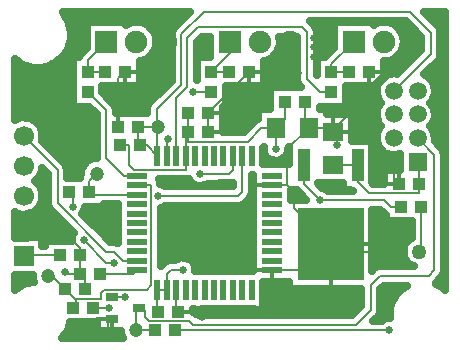
<source format=gbr>
G04 DipTrace 2.4.0.2*
%INTop.gbr*%
%MOIN*%
%ADD13C,0.007*%
%ADD14C,0.05*%
%ADD15C,0.03*%
%ADD16C,0.025*%
%ADD17C,0.013*%
%ADD18R,0.0433X0.0394*%
%ADD19R,0.0709X0.063*%
%ADD20R,0.063X0.0709*%
%ADD21R,0.05X0.05*%
%ADD22R,0.0591X0.0591*%
%ADD23C,0.0591*%
%ADD24R,0.0669X0.0669*%
%ADD25C,0.0669*%
%ADD27R,0.0413X0.0256*%
%ADD28R,0.0748X0.0748*%
%ADD29C,0.0748*%
%ADD30R,0.0394X0.0433*%
%ADD31C,0.0472*%
%ADD33R,0.0709X0.0197*%
%ADD34R,0.0197X0.0709*%
%ADD35R,0.0394X0.1083*%
%ADD36R,0.2185X0.2421*%
%FSLAX44Y44*%
G04*
G70*
G90*
G75*
G01*
%LNTop*%
%LPD*%
X6208Y5263D2*
D13*
X6315D1*
Y5513D1*
X5940Y5888D1*
X5377Y6325D2*
X5502D1*
X5940Y5888D1*
X6263Y5564D1*
X7127D1*
Y5763D1*
X7235Y5871D1*
X8662D1*
X8802Y6011D1*
Y9351D1*
X8343D1*
X7940Y5638D2*
X7502D1*
X6190Y8638D2*
Y8990D1*
X6070Y9110D1*
X7565Y6763D2*
X7315D1*
X6565Y7513D1*
X14815Y12468D2*
X14422D1*
X14002Y12888D1*
Y14450D1*
X13836Y14617D1*
X10357D1*
X10002Y14263D1*
Y12638D1*
X9627Y12263D1*
Y10335D1*
X9642D1*
X7109Y6388D2*
X8214D1*
X8343Y6516D1*
X6739Y9110D2*
Y9482D1*
X6992Y9735D1*
X8343Y9036D2*
X6813D1*
X6739Y9110D1*
X10206Y12468D2*
X10815D1*
X9377Y10888D2*
X9327Y10837D1*
Y10335D1*
X6690Y13138D2*
Y13513D1*
X7315Y14138D1*
X6690Y13138D2*
X7271D1*
X9032Y8991D2*
X11706D1*
X11846Y9131D1*
Y10335D1*
X14815Y13138D2*
Y13388D1*
X15565Y14138D1*
X15396Y13138D2*
X14815D1*
X11440Y14138D2*
Y13763D1*
X10815Y13138D1*
X11396D2*
X10815D1*
X8343Y9666D2*
X7912D1*
X7315Y10263D1*
Y11843D1*
X6690Y12468D1*
X17815Y8638D2*
Y7200D1*
X17752Y7138D1*
X10436Y9729D2*
X11392D1*
X11532Y9870D1*
Y10335D1*
X8382Y11292D2*
Y10722D1*
X8426Y10678D1*
X8382Y11292D2*
X9035D1*
X9044Y11283D1*
X8426Y10678D2*
X8670D1*
X9012Y10335D1*
Y11252D1*
X9044Y11283D1*
X9002D1*
Y11888D1*
X9815Y12700D1*
Y14388D1*
X10565Y15138D1*
X17428D1*
X18127Y14438D1*
Y13725D1*
X16903Y12500D1*
X7397Y5263D2*
X6877D1*
X8940Y4513D2*
X8315D1*
Y5171D1*
X8408Y5264D1*
X8502D1*
X8618Y5147D1*
Y4959D1*
X8752Y4825D1*
X10065D1*
X10190Y4700D1*
X15627D1*
X16127Y5200D1*
Y6013D1*
X16440Y6325D1*
X18065D1*
X18252Y6513D1*
Y10363D1*
X17690Y10925D1*
X13271Y12138D2*
Y11571D1*
X12963Y11263D1*
X10021Y11763D2*
Y11138D1*
X9957Y10335D2*
Y11074D1*
X10021Y11138D1*
X9012Y5847D2*
Y5146D1*
X9021Y5138D1*
X9012Y5847D2*
X9327D1*
X5771Y7013D2*
X4587D1*
X4565Y6991D1*
X9957Y10335D2*
Y9869D1*
X8219D1*
X8079Y10009D1*
Y10678D1*
X7757D1*
X17146Y8638D2*
X16791D1*
X16577Y8852D1*
X14447D1*
X10021Y11138D2*
Y10803D1*
X12026D1*
X12485Y11263D1*
X12963D1*
X9327Y5847D2*
Y6396D1*
X9467Y6536D1*
X9870D1*
X14447Y8852D2*
X13895Y9404D1*
Y10013D1*
X12963Y11263D2*
Y10573D1*
X14877Y10035D2*
X15667D1*
X15690Y10013D1*
X16752Y4513D2*
X9609D1*
X17734Y9388D2*
Y9082D1*
X16080D1*
X15690Y9472D1*
Y10013D1*
X17690Y10138D2*
X17734Y10093D1*
Y9388D1*
X6609Y5888D2*
Y6218D1*
X6440Y6388D1*
X13940Y12138D2*
Y11388D1*
X14065Y11263D1*
X14752D1*
X14877Y11138D1*
X16903Y10138D2*
Y9550D1*
X17065Y9388D1*
X16752Y7138D2*
X15030D1*
X14792Y7375D1*
X12831Y6516D2*
X13934D1*
X14792Y7375D1*
X12831Y9351D2*
X13352D1*
X13565Y9138D1*
Y8602D1*
X14792Y7375D1*
X13352Y9351D2*
Y10549D1*
X14065Y11263D1*
X10690Y11138D2*
Y11763D1*
X7712Y11292D2*
Y11888D1*
Y12910D1*
X7940Y13138D1*
X9315Y14138D2*
X8315Y13138D1*
X7940D1*
X13440Y14138D2*
X12440Y13138D1*
X12065D1*
X17565Y14138D2*
X17752D1*
X16752Y13138D1*
X16706D1*
X16065D1*
X10690Y11763D2*
X12065Y13138D1*
X14877Y11138D2*
Y11200D1*
X16065Y12388D1*
Y13138D1*
X9642Y5847D2*
Y5186D1*
X9690Y5138D1*
X6440Y7013D2*
Y6388D1*
Y7013D2*
Y7263D1*
X6065Y7638D1*
X4918D1*
X4565Y7991D1*
X10502Y4950D2*
Y5138D1*
X9690D1*
X7377Y4513D2*
Y4765D1*
X7502Y4890D1*
X7690Y11888D2*
X7712D1*
X11377Y11138D2*
X10690D1*
X16127Y12325D2*
X16065Y12388D1*
X6440Y6388D2*
X6002D1*
X5940Y6450D1*
X16127Y12325D2*
Y12559D1*
D15*
X16706Y13138D1*
X14252Y14263D2*
D13*
X14815Y14825D1*
X16877D1*
X17565Y14138D1*
X14252Y14263D2*
Y13950D1*
Y13638D1*
X8343Y6831D2*
X7871D1*
X7565Y7138D1*
X7315D1*
X5690Y8763D1*
Y9866D1*
X4565Y10991D1*
D16*
X6190Y8638D3*
X7940Y5638D3*
X7565Y6763D3*
X6565Y7513D3*
X7377Y4513D3*
X10502Y4950D3*
X7690Y11888D3*
X11377Y11138D3*
X8690Y12325D3*
X8940Y13325D3*
X6627Y11200D3*
X6065Y10700D3*
X5252Y11638D3*
X5690Y12513D3*
X4440Y13200D3*
X5940Y12888D3*
X5002Y12825D3*
X12377Y12263D3*
X11752Y12325D3*
X12002Y11825D3*
X13690Y13075D3*
X5940Y6450D3*
X13502Y13700D3*
X16127Y12325D3*
X15627D3*
X15002Y10700D3*
X15752Y11138D3*
X16252Y10950D3*
X16377Y9575D3*
X14252Y13638D3*
Y13950D3*
X14565Y5200D3*
X13627Y5013D3*
X12940Y5763D3*
X12440Y5075D3*
X11565Y5013D3*
X15627Y5450D3*
X14252Y14263D3*
X16565Y8263D3*
X16815Y7825D3*
X4502Y6138D3*
X6377Y4388D3*
X5815Y13513D3*
X4502Y12200D3*
X6315Y14950D3*
X9377Y10888D3*
X10206Y12468D3*
X9032Y8991D3*
X10436Y9729D3*
X7397Y5263D3*
X9870Y6536D3*
X12963Y10573D3*
X14447Y8852D3*
X16752Y4513D3*
X6047Y14863D2*
X9813D1*
X18180D2*
X18587D1*
X6129Y14615D2*
X6630D1*
X8793D2*
X9563D1*
X14301D2*
X14880D1*
X17043D2*
X17473D1*
X18418D2*
X18585D1*
X6152Y14366D2*
X6630D1*
X8957D2*
X9469D1*
X14348D2*
X14880D1*
X17207D2*
X17723D1*
X18473D2*
X18585D1*
X6121Y14117D2*
X6630D1*
X9000D2*
X9469D1*
X10348D2*
X10755D1*
X13125D2*
X13657D1*
X14348D2*
X14880D1*
X17250D2*
X17782D1*
X18473D2*
X18585D1*
X6027Y13869D2*
X6567D1*
X8941D2*
X9469D1*
X10348D2*
X10755D1*
X13066D2*
X13657D1*
X14348D2*
X14817D1*
X17191D2*
X17782D1*
X18473D2*
X18585D1*
X5851Y13620D2*
X6184D1*
X8746D2*
X9469D1*
X12871D2*
X13657D1*
X16996D2*
X17544D1*
X18453D2*
X18589D1*
X4287Y13371D2*
X4493D1*
X5512D2*
X6184D1*
X8465D2*
X9469D1*
X12590D2*
X13657D1*
X16590D2*
X17298D1*
X18250D2*
X18587D1*
X4287Y13123D2*
X6184D1*
X8465D2*
X9469D1*
X12590D2*
X13657D1*
X16590D2*
X17048D1*
X18004D2*
X18587D1*
X4287Y12874D2*
X6184D1*
X8465D2*
X9469D1*
X12590D2*
X13657D1*
X18160D2*
X18587D1*
X4287Y12625D2*
X6184D1*
X7195D2*
X9262D1*
X11320D2*
X13786D1*
X15320D2*
X16309D1*
X18281D2*
X18587D1*
X4287Y12376D2*
X6184D1*
X7258D2*
X9012D1*
X11320D2*
X12743D1*
X15320D2*
X16309D1*
X18281D2*
X18587D1*
X4287Y12128D2*
X6184D1*
X7508D2*
X8766D1*
X11320D2*
X12743D1*
X15320D2*
X16434D1*
X18160D2*
X18587D1*
X4287Y11879D2*
X6801D1*
X7656D2*
X8657D1*
X11215D2*
X12337D1*
X14691D2*
X16321D1*
X18269D2*
X18587D1*
X4287Y11630D2*
X6969D1*
X11215D2*
X12337D1*
X15543D2*
X16301D1*
X18289D2*
X18587D1*
X5070Y11382D2*
X6969D1*
X11215D2*
X12126D1*
X15543D2*
X16399D1*
X18191D2*
X18587D1*
X5191Y11133D2*
X6969D1*
X11215D2*
X11880D1*
X15543D2*
X16337D1*
X18258D2*
X18587D1*
X5199Y10884D2*
X6969D1*
X15543D2*
X16298D1*
X18293D2*
X18587D1*
X5398Y10636D2*
X6969D1*
X16195D2*
X16376D1*
X18457D2*
X18590D1*
X5644Y10387D2*
X6969D1*
X16195D2*
X16661D1*
X5894Y10138D2*
X6637D1*
X12570D2*
X13387D1*
X16195D2*
X17087D1*
X6035Y9890D2*
X6469D1*
X16195D2*
X17087D1*
X5101Y9641D2*
X5344D1*
X6035D2*
X6438D1*
X16195D2*
X16540D1*
X5062Y9392D2*
X5344D1*
X9144D2*
X10180D1*
X10695D2*
X11501D1*
X14402D2*
X15184D1*
X5191Y9144D2*
X5345D1*
X13496D2*
X13676D1*
X5203Y8895D2*
X5346D1*
X12090D2*
X12166D1*
X13496D2*
X13926D1*
X5105Y8646D2*
X5368D1*
X7266D2*
X7676D1*
X9277D2*
X12165D1*
X4769Y8397D2*
X5579D1*
X6547D2*
X7676D1*
X9148D2*
X12165D1*
X16195D2*
X16555D1*
X4287Y8149D2*
X5825D1*
X6781D2*
X7676D1*
X9148D2*
X12165D1*
X16195D2*
X17469D1*
X4287Y7900D2*
X6075D1*
X7031D2*
X7676D1*
X9148D2*
X12165D1*
X16195D2*
X17469D1*
X4287Y7651D2*
X6153D1*
X7277D2*
X7676D1*
X9148D2*
X12165D1*
X16195D2*
X17469D1*
X9148Y7403D2*
X12165D1*
X16195D2*
X17262D1*
X9148Y7154D2*
X12165D1*
X16195D2*
X17192D1*
X9148Y6905D2*
X9665D1*
X10074D2*
X12165D1*
X16195D2*
X17247D1*
X10289Y6657D2*
X12165D1*
X16195D2*
X17493D1*
X4287Y6159D2*
X4860D1*
X18375D2*
X18587D1*
X12570Y5911D2*
X13391D1*
X16504D2*
X17173D1*
X12570Y5662D2*
X15782D1*
X16473D2*
X16930D1*
X12570Y5413D2*
X15782D1*
X16473D2*
X16801D1*
X10215Y5165D2*
X15614D1*
X16469D2*
X16735D1*
X16320Y4916D2*
X16653D1*
X6098Y4667D2*
X6985D1*
X5984Y4418D2*
X7778D1*
X5963Y7494D2*
X6156D1*
X6164Y7599D1*
X6209Y7715D1*
X6240Y7755D1*
X5851Y8149D1*
X5464Y8536D1*
X5395Y8640D1*
X5370Y8763D1*
Y9735D1*
X5179Y9924D1*
X5172Y9867D1*
X5135Y9748D1*
X5075Y9638D1*
X4994Y9543D1*
X4929Y9493D1*
X4980Y9451D1*
X5064Y9358D1*
X5127Y9251D1*
X5168Y9133D1*
X5185Y8991D1*
X5172Y8867D1*
X5135Y8748D1*
X5075Y8638D1*
X4994Y8543D1*
X4895Y8467D1*
X4783Y8411D1*
X4663Y8379D1*
X4538Y8372D1*
X4415Y8390D1*
X4297Y8432D1*
X4261Y8454D1*
X4262Y7608D1*
X5185Y7610D1*
Y7333D1*
X5270D1*
X5269Y7494D1*
X5963D1*
X13463Y12619D2*
X13772Y12616D1*
X13779Y12659D1*
X13709Y12761D1*
X13682Y12888D1*
Y14298D1*
X13082Y14297D1*
X13099Y14138D1*
X13087Y14013D1*
X13052Y13894D1*
X12995Y13783D1*
X12918Y13684D1*
X12824Y13602D1*
X12716Y13539D1*
X12564Y13493D1*
X12567Y13119D1*
Y12656D1*
X11300D1*
X11293Y12636D1*
X11297Y12220D1*
Y11967D1*
X11191D1*
X11192Y11123D1*
X11892D1*
X12259Y11489D1*
X12362Y11557D1*
X12363Y11902D1*
X12769Y11906D1*
Y12619D1*
X13772D1*
X14442Y11967D2*
Y11901D1*
X14665Y11902D1*
Y11737D1*
X15517Y11738D1*
Y10838D1*
X16172Y10839D1*
Y9444D1*
X16212Y9403D1*
X16563Y9406D1*
Y9869D1*
X17110D1*
Y10382D1*
X16939Y10346D1*
X16814Y10351D1*
X16694Y10384D1*
X16583Y10441D1*
X16487Y10520D1*
X16410Y10618D1*
X16356Y10731D1*
X16327Y10852D1*
X16325Y10977D1*
X16349Y11099D1*
X16399Y11214D1*
X16475Y11317D1*
X16410Y11406D1*
X16356Y11518D1*
X16327Y11640D1*
X16325Y11764D1*
X16349Y11887D1*
X16399Y12001D1*
X16475Y12105D1*
X16410Y12193D1*
X16356Y12306D1*
X16327Y12427D1*
X16325Y12552D1*
X16342Y12656D1*
X15300D1*
X15293Y12636D1*
X15297Y12220D1*
Y11967D1*
X14441D1*
X15208Y9435D2*
X14380D1*
X14386Y9365D1*
X14494Y9257D1*
X14632Y9218D1*
X14699Y9170D1*
X15536Y9172D1*
X15422Y9186D1*
X15208D1*
Y9432D1*
X17556Y6644D2*
X17481Y6677D1*
X17382Y6752D1*
X17303Y6848D1*
X17248Y6960D1*
X17220Y7082D1*
X17222Y7207D1*
X17252Y7328D1*
X17310Y7438D1*
X17392Y7533D1*
X17496Y7607D1*
X17495Y8157D1*
X17313Y8160D1*
X16897Y8156D1*
X16644D1*
Y8355D1*
X16565Y8411D1*
X16446Y8530D1*
X16167Y8532D1*
X16170Y8370D1*
Y6507D1*
X16211Y6549D1*
X16313Y6619D1*
X16440Y6645D1*
X17545D1*
X18115Y11316D2*
X18208Y11186D1*
X18252Y11069D1*
X18270Y10925D1*
X18258Y10813D1*
X18479Y10589D1*
X18548Y10486D1*
X18572Y10363D1*
Y6513D1*
X18548Y6391D1*
X18479Y6286D1*
X18291Y6099D1*
X18309Y6053D1*
X18421Y5999D1*
X18527Y5933D1*
X18610Y5867D1*
X18612Y7012D1*
Y15112D1*
X17905D1*
X18354Y14664D1*
X18423Y14561D1*
X18447Y14438D1*
Y13725D1*
X18423Y13603D1*
X18354Y13498D1*
X17898Y13043D1*
X18052Y12954D1*
X18140Y12866D1*
X18208Y12761D1*
X18252Y12644D1*
X18270Y12500D1*
X18257Y12376D1*
X18217Y12257D1*
X18153Y12150D1*
X18113Y12108D1*
X18208Y11974D1*
X18252Y11857D1*
X18270Y11712D1*
X18257Y11588D1*
X18217Y11470D1*
X18153Y11363D1*
X18113Y11320D1*
X16569Y12974D2*
X16674Y13033D1*
X16794Y13070D1*
X16918Y13080D1*
X17015Y13067D1*
X17806Y13856D1*
X17807Y14307D1*
X17296Y14817D1*
X14088Y14818D1*
X14229Y14676D1*
X14298Y14573D1*
X14322Y14450D1*
Y13017D1*
X14333Y13011D1*
Y13639D1*
X14610D1*
X14906Y13932D1*
Y14797D1*
X16224D1*
X16226Y14703D1*
X16339Y14757D1*
X16460Y14788D1*
X16584Y14796D1*
X16708Y14781D1*
X16827Y14742D1*
X16936Y14682D1*
X17032Y14602D1*
X17112Y14506D1*
X17171Y14396D1*
X17209Y14277D1*
X17224Y14138D1*
X17212Y14013D1*
X17177Y13894D1*
X17120Y13783D1*
X17043Y13684D1*
X16949Y13602D1*
X16841Y13539D1*
X16724Y13498D1*
X16565Y13481D1*
X16567Y12973D1*
X4860Y6371D2*
X4259D1*
X4262Y5987D1*
Y5862D1*
X4361Y5938D1*
X4467Y6004D1*
X4580Y6057D1*
X4699Y6097D1*
X4894Y6132D1*
X4874Y6189D1*
X4856Y6313D1*
X4862Y6371D1*
X5172Y10867D2*
X5164Y10841D1*
X5916Y10092D1*
X5985Y9989D1*
X6010Y9866D1*
Y9588D1*
X6439Y9592D1*
X6445Y9607D1*
X6362Y9592D1*
X6437D1*
X6471Y9723D1*
X6483Y9847D1*
X6524Y9965D1*
X6592Y10069D1*
X6683Y10155D1*
X6791Y10216D1*
X6911Y10250D1*
X6995Y10257D1*
Y11712D1*
X6738Y11968D1*
X6208Y11967D1*
X6212Y12970D1*
X6208Y13386D1*
Y13639D1*
X6400D1*
X6464Y13739D1*
X6654Y13929D1*
X6656Y14797D1*
X7974D1*
X7976Y14703D1*
X8089Y14757D1*
X8210Y14788D1*
X8334Y14796D1*
X8458Y14781D1*
X8577Y14742D1*
X8686Y14682D1*
X8782Y14602D1*
X8862Y14506D1*
X8921Y14396D1*
X8959Y14277D1*
X8974Y14138D1*
X8962Y14013D1*
X8927Y13894D1*
X8870Y13783D1*
X8793Y13684D1*
X8699Y13602D1*
X8591Y13539D1*
X8439Y13493D1*
X8442Y13119D1*
Y12656D1*
X7175D1*
X7168Y12636D1*
X7172Y12442D1*
X7541Y12070D1*
X7610Y11966D1*
X7635Y11843D1*
X7636Y11774D1*
X8681D1*
X8682Y11888D1*
X8707Y12009D1*
X8776Y12114D1*
X9497Y12835D1*
X9495Y14388D1*
X9519Y14509D1*
X9589Y14614D1*
X10089Y15114D1*
X5866Y15112D1*
X5984Y14940D1*
X6039Y14827D1*
X6082Y14710D1*
X6111Y14588D1*
X6129Y14388D1*
X6122Y14263D1*
X6101Y14140D1*
X6067Y14019D1*
X6020Y13904D1*
X5960Y13794D1*
X5888Y13692D1*
X5806Y13598D1*
X5713Y13514D1*
X5612Y13441D1*
X5504Y13379D1*
X5389Y13330D1*
X5269Y13293D1*
X5146Y13271D1*
X5022Y13261D1*
X4897Y13266D1*
X4773Y13285D1*
X4653Y13317D1*
X4536Y13362D1*
X4425Y13420D1*
X4259Y13543D1*
X4262Y12237D1*
Y11530D1*
X4397Y11587D1*
X4520Y11609D1*
X4645Y11605D1*
X4766Y11577D1*
X4880Y11525D1*
X4980Y11451D1*
X5064Y11358D1*
X5127Y11251D1*
X5168Y11133D1*
X5185Y10991D1*
X5172Y10867D1*
X7795Y4477D2*
X7011D1*
Y4781D1*
X6376Y4785D1*
X6104Y4781D1*
X6067Y4644D1*
X6020Y4529D1*
X5960Y4419D1*
X5839Y4261D1*
X7860Y4262D1*
X7812Y4377D1*
X7798Y4473D1*
X7240Y8714D2*
Y8629D1*
X6596D1*
X6581Y8515D1*
X6513Y8389D1*
X7154Y7751D1*
X7449Y7456D1*
X7561Y7458D1*
X7690Y7431D1*
X7703Y7453D1*
X7707Y7845D1*
X7703Y7958D1*
X7707Y8475D1*
X7703Y8588D1*
Y8714D1*
X7237Y8716D1*
X13470Y9189D2*
Y8874D1*
X13615Y8870D1*
X13977D1*
X13669Y9178D1*
X13502Y9186D1*
X13470Y9184D1*
Y8869D1*
X12547Y10049D2*
X13414D1*
X13413Y10620D1*
X13373Y10573D1*
X13354Y10450D1*
X13299Y10338D1*
X13213Y10248D1*
X13104Y10188D1*
X12982Y10164D1*
X12858Y10177D1*
X12744Y10227D1*
X12650Y10308D1*
X12585Y10414D1*
X12554Y10535D1*
X12560Y10625D1*
X12545Y10600D1*
Y10049D1*
X10275Y6486D2*
X10655Y6483D1*
X10768Y6486D1*
X11285Y6483D1*
X11398Y6486D1*
X11915Y6483D1*
X12028Y6486D1*
X12191Y6487D1*
X12195Y7530D1*
X12191Y7643D1*
X12195Y8160D1*
X12191Y8273D1*
X12195Y8790D1*
X12191Y8903D1*
X12195Y9420D1*
X12191Y9468D1*
Y9697D1*
X12166Y9696D1*
X12191Y9658D1*
Y9693D1*
X12166Y9585D1*
Y9131D1*
X12142Y9009D1*
X12073Y8905D1*
X11933Y8765D1*
X11830Y8695D1*
X11706Y8671D1*
X9282Y8666D1*
X9173Y8606D1*
X9123Y8596D1*
X9122Y6644D1*
X9241Y6763D1*
X9344Y6832D1*
X9467Y6856D1*
X9611D1*
X9694Y6907D1*
X9813Y6942D1*
X9938Y6941D1*
X10056Y6902D1*
X10157Y6829D1*
X10232Y6730D1*
X10273Y6612D1*
X10280Y6536D1*
X10273Y6486D1*
X10340Y6483D1*
X10453Y6486D1*
X10970Y6483D1*
X11083Y6486D1*
X11600Y6483D1*
X11713Y6486D1*
X12188D1*
X12191Y7215D1*
Y7845D1*
Y8475D1*
Y9105D1*
X12192Y9283D1*
X12191Y9658D1*
X12230Y5209D2*
X11463Y5212D1*
X11600Y5208D1*
X10833Y5212D1*
X10970Y5208D1*
X10192D1*
Y5119D1*
X10291Y5051D1*
X10440Y5020D1*
X15499D1*
X15807Y5332D1*
Y5876D1*
X15670Y5879D1*
X13415D1*
Y6133D1*
X12544D1*
X12545Y5208D1*
X11778Y5212D1*
X11665Y5208D1*
X11148Y5212D1*
X11035Y5208D1*
X10518Y5212D1*
X10405Y5208D1*
X10203Y5212D1*
X10215Y5208D1*
X10781Y13639D2*
Y14295D1*
X10488Y14297D1*
X10320Y14128D1*
X10322Y12860D1*
X10333Y12886D1*
Y13639D1*
X10782D1*
X9118Y9389D2*
X9218Y9356D1*
X9284Y9309D1*
X11528Y9311D1*
X11526Y9439D1*
X11392Y9409D1*
X10686Y9405D1*
X10577Y9345D1*
X10455Y9320D1*
X10331Y9333D1*
X10217Y9383D1*
X10123Y9465D1*
X10060Y9567D1*
X9957Y9549D1*
X9054D1*
X9098Y9472D1*
X16502Y4833D2*
X16576Y4883D1*
X16696Y4919D1*
X16754Y4918D1*
X16755Y5099D1*
X16771Y5223D1*
X16801Y5344D1*
X16844Y5461D1*
X16901Y5573D1*
X16969Y5678D1*
X17048Y5774D1*
X17137Y5862D1*
X17236Y5938D1*
X17346Y6005D1*
X16569D1*
X16448Y5881D1*
X16447Y5200D1*
X16423Y5078D1*
X16354Y4974D1*
X16213Y4833D1*
X16496D1*
X9690Y5138D2*
D17*
X10191D1*
X10690Y11763D2*
X11191D1*
X10690Y11138D2*
X11191D1*
X14877Y11737D2*
Y11138D1*
X15516D1*
X17065Y9869D2*
Y9388D1*
X16564D2*
X17065D1*
X7502Y4890D2*
Y4477D1*
X7011Y4890D2*
X7502D1*
X7712Y11773D2*
Y11292D1*
X12831Y6516D2*
Y6133D1*
X12192Y6516D2*
X12831D1*
X12192Y9351D2*
X12831D1*
X14792Y7375D2*
Y5880D1*
Y7375D2*
X16169D1*
X12065Y13138D2*
Y12656D1*
Y13138D2*
X12566D1*
X7940D2*
Y12656D1*
Y13138D2*
X8441D1*
X16065D2*
Y12656D1*
Y13138D2*
X16566D1*
D18*
X6440Y7013D3*
X5771D3*
X13940Y12138D3*
X13271D3*
X9690Y5138D3*
X9021D3*
X10690Y11763D3*
X10021D3*
X6440Y6388D3*
X7109D3*
X10690Y11138D3*
X10021D3*
X7712Y11292D3*
X8382D3*
D19*
X14877Y11138D3*
Y10035D3*
D20*
X14065Y11263D3*
X12963D3*
D18*
X17065Y9388D3*
X17734D3*
D14*
X17752Y7138D3*
D21*
X16752D3*
D22*
X17690Y10138D3*
D23*
Y10925D3*
Y11712D3*
Y12500D3*
X16903D3*
Y11712D3*
Y10925D3*
Y10138D3*
D24*
X4565Y6991D3*
D25*
Y7991D3*
Y8991D3*
Y9991D3*
Y10991D3*
D27*
X7502Y5638D3*
Y4890D3*
X8408Y5264D3*
D28*
X15565Y14138D3*
D29*
X16565D3*
X17565D3*
D28*
X7315D3*
D29*
X8315D3*
X9315D3*
D28*
X11440D3*
D29*
X12440D3*
X13440D3*
D18*
X17815Y8638D3*
X17146D3*
X5940Y5888D3*
X6609D3*
X6877Y5263D3*
X6208D3*
X8940Y4513D3*
X9609D3*
X6739Y9110D3*
X6070D3*
D30*
X14815Y13138D3*
Y12468D3*
X10815Y13138D3*
Y12468D3*
X6690Y13138D3*
Y12468D3*
D18*
X12065Y13138D3*
X11396D3*
X7940D3*
X7271D3*
X16065D3*
X15396D3*
X7757Y10678D3*
X8426D3*
D31*
X6992Y9735D3*
X5377Y6325D3*
X8315Y4513D3*
X9044Y11283D3*
D33*
X12831Y6516D3*
Y6831D3*
Y7146D3*
Y7461D3*
Y7776D3*
Y8091D3*
Y8406D3*
Y8721D3*
Y9036D3*
Y9351D3*
Y9666D3*
D34*
X12161Y10335D3*
X11846D3*
X11532D3*
X11217D3*
X10902D3*
X10587D3*
X10272D3*
X9957D3*
X9642D3*
X9327D3*
X9012D3*
D33*
X8343Y9666D3*
Y9351D3*
Y9036D3*
Y8721D3*
Y8406D3*
Y8091D3*
Y7776D3*
Y7461D3*
Y7146D3*
Y6831D3*
Y6516D3*
D34*
X9012Y5847D3*
X9327D3*
X9642D3*
X9957D3*
X10272D3*
X10587D3*
X10902D3*
X11217D3*
X11532D3*
X11846D3*
X12161D3*
D35*
X15690Y10013D3*
X13895D3*
D36*
X14792Y7375D3*
M02*

</source>
